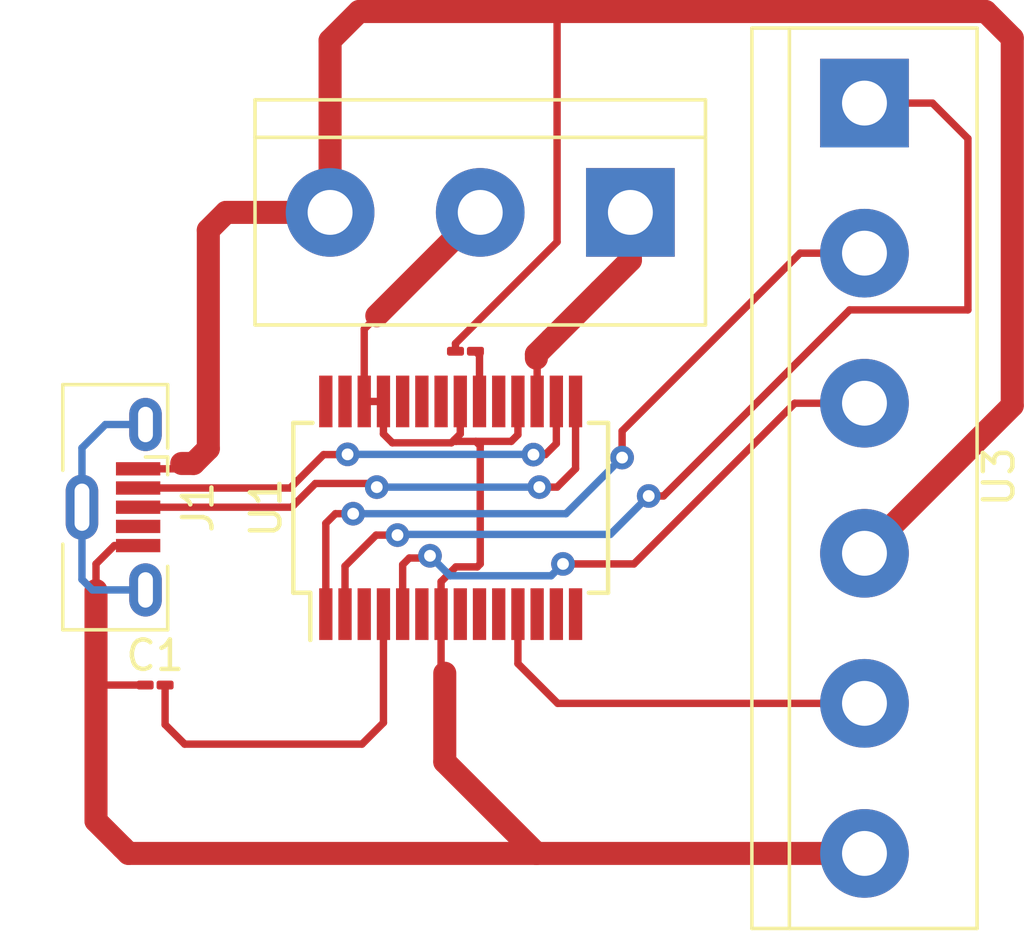
<source format=kicad_pcb>
(kicad_pcb (version 20211014) (generator pcbnew)
  (layers (0 "F.Cu" signal) (31 "B.Cu" signal) (34 "B.Paste" user) (35 "F.Paste" user) (36 "B.SilkS" user "B.Silkscreen") (37 "F.SilkS" user "F.Silkscreen") (38 "B.Mask" user) (39 "F.Mask" user) (44 "Edge.Cuts" user))
  (net 0 "")
  (net 1 "Earth")
  (net 2 "Net-(C1-Pad2)")
  (net 3 "+3V3")
  (net 4 "Net-(C2-Pad2)")
  (net 5 "Net-(J1-Pad2)")
  (net 6 "Net-(J1-Pad3)")
  (net 8 "unconnected-(J1-Pad6)")
  (net 9 "/RXD0")
  (net 10 "/DTR")
  (net 12 "/TXD0")
  (net 16 "/CTS")
  (net 25 "+5V")
  (footprint "Capacitor_SMD:C_01005_0402Metric_Pad0.57x0.30mm_HandSolder" (layer "F.Cu") (at 113.5 88.7)
    (fp_text reference "CV" hide)
    (fp_text value "100nF" hide)
    (pad "1" smd roundrect (at -0.3375 0) (size 0.575 0.3) (layers "F.Cu" "F.Mask") (net 25 "+5V"))
    (pad "2" smd roundrect (at 0.3375 0) (size 0.575 0.3) (layers "F.Cu" "F.Mask") (net 4 "Net-(C2-Pad2)"))
  )
  (footprint "Package_SO:SSOP-28_5.3x10.2mm_P0.65mm" (layer "F.Cu") (at 113 94 90)
    (fp_text reference "U1" (at 0 -6.25 90) (layer "F.SilkS"))
    (fp_text value "FT232RL")
    (fp_line (start -2.875 -4.75) (end -4.475 -4.75) (layer "F.SilkS") (width 0.15))
    (fp_line (start 2.875 -5.325) (end 2.875 -4.675) (layer "F.SilkS") (width 0.15))
    (fp_line (start -2.875 5.325) (end 2.875 5.325) (layer "F.SilkS") (width 0.15))
    (fp_line (start 2.875 5.325) (end 2.875 4.675) (layer "F.SilkS") (width 0.15))
    (fp_line (start -2.875 -5.325) (end 2.875 -5.325) (layer "F.SilkS") (width 0.15))
    (fp_line (start -2.875 5.325) (end -2.875 4.675) (layer "F.SilkS") (width 0.15))
    (fp_line (start -2.875 -5.325) (end -2.875 -4.75) (layer "F.SilkS") (width 0.15))
    (pad "1" smd rect (at -3.6 -4.225 90) (size 1.75 0.45) (layers "F.Cu" "F.Paste" "F.Mask") (net 9 "/RXD0"))
    (pad "2" smd rect (at -3.6 -3.575 90) (size 1.75 0.45) (layers "F.Cu" "F.Paste" "F.Mask") (net 10 "/DTR"))
    (pad "3" smd rect (at -3.6 -2.925 90) (size 1.75 0.45) (layers "F.Cu" "F.Paste" "F.Mask"))
    (pad "4" smd rect (at -3.6 -2.275 90) (size 1.75 0.45) (layers "F.Cu" "F.Paste" "F.Mask") (net 2 "Net-(C1-Pad2)"))
    (pad "5" smd rect (at -3.6 -1.625 90) (size 1.75 0.45) (layers "F.Cu" "F.Paste" "F.Mask") (net 12 "/TXD0"))
    (pad "6" smd rect (at -3.6 -0.975 90) (size 1.75 0.45) (layers "F.Cu" "F.Paste" "F.Mask"))
    (pad "7" smd rect (at -3.6 -0.325 90) (size 1.75 0.45) (layers "F.Cu" "F.Paste" "F.Mask") (net 1 "Earth"))
    (pad "8" smd rect (at -3.6 0.325 90) (size 1.75 0.45) (layers "F.Cu" "F.Paste" "F.Mask"))
    (pad "9" smd rect (at -3.6 0.975 90) (size 1.75 0.45) (layers "F.Cu" "F.Paste" "F.Mask"))
    (pad "10" smd rect (at -3.6 1.625 90) (size 1.75 0.45) (layers "F.Cu" "F.Paste" "F.Mask"))
    (pad "11" smd rect (at -3.6 2.275 90) (size 1.75 0.45) (layers "F.Cu" "F.Paste" "F.Mask") (net 16 "/CTS"))
    (pad "12" smd rect (at -3.6 2.925 90) (size 1.75 0.45) (layers "F.Cu" "F.Paste" "F.Mask"))
    (pad "13" smd rect (at -3.6 3.575 90) (size 1.75 0.45) (layers "F.Cu" "F.Paste" "F.Mask"))
    (pad "14" smd rect (at -3.6 4.225 90) (size 1.75 0.45) (layers "F.Cu" "F.Paste" "F.Mask"))
    (pad "15" smd rect (at 3.6 4.225 90) (size 1.75 0.45) (layers "F.Cu" "F.Paste" "F.Mask") (net 6 "Net-(J1-Pad3)"))
    (pad "16" smd rect (at 3.6 3.575 90) (size 1.75 0.45) (layers "F.Cu" "F.Paste" "F.Mask") (net 5 "Net-(J1-Pad2)"))
    (pad "17" smd rect (at 3.6 2.925 90) (size 1.75 0.45) (layers "F.Cu" "F.Paste" "F.Mask") (net 3 "+3V3"))
    (pad "18" smd rect (at 3.6 2.275 90) (size 1.75 0.45) (layers "F.Cu" "F.Paste" "F.Mask") (net 1 "Earth"))
    (pad "19" smd rect (at 3.6 1.625 90) (size 1.75 0.45) (layers "F.Cu" "F.Paste" "F.Mask"))
    (pad "20" smd rect (at 3.6 0.975 90) (size 1.75 0.45) (layers "F.Cu" "F.Paste" "F.Mask") (net 4 "Net-(C2-Pad2)"))
    (pad "21" smd rect (at 3.6 0.325 90) (size 1.75 0.45) (layers "F.Cu" "F.Paste" "F.Mask") (net 1 "Earth"))
    (pad "22" smd rect (at 3.6 -0.325 90) (size 1.75 0.45) (layers "F.Cu" "F.Paste" "F.Mask"))
    (pad "23" smd rect (at 3.6 -0.975 90) (size 1.75 0.45) (layers "F.Cu" "F.Paste" "F.Mask"))
    (pad "24" smd rect (at 3.6 -1.625 90) (size 1.75 0.45) (layers "F.Cu" "F.Paste" "F.Mask"))
    (pad "25" smd rect (at 3.6 -2.275 90) (size 1.75 0.45) (layers "F.Cu" "F.Paste" "F.Mask") (net 1 "Earth"))
    (pad "26" smd rect (at 3.6 -2.925 90) (size 1.75 0.45) (layers "F.Cu" "F.Paste" "F.Mask") (net 1 "Earth"))
    (pad "27" smd rect (at 3.6 -3.575 90) (size 1.75 0.45) (layers "F.Cu" "F.Paste" "F.Mask"))
    (pad "28" smd rect (at 3.6 -4.225 90) (size 1.75 0.45) (layers "F.Cu" "F.Paste" "F.Mask"))
  )
  (footprint "TerminalBlock:TerminalBlock_bornier-6_P5.08mm" (layer "F.Cu") (at 127 80.3 -90)
    (fp_text reference "U3" (at 12.65 -4.55 90) (layer "F.SilkS"))
    (fp_text value "6_jumper")
    (fp_line (start 27.94 3.81) (end 27.94 -3.81) (layer "F.SilkS") (width 0.12))
    (fp_line (start -2.54 2.54) (end 27.94 2.54) (layer "F.SilkS") (width 0.12))
    (fp_line (start -2.54 3.81) (end 27.94 3.81) (layer "F.SilkS") (width 0.12))
    (fp_line (start -2.54 -3.81) (end -2.54 3.81) (layer "F.SilkS") (width 0.12))
    (fp_line (start -2.54 -3.81) (end 27.94 -3.81) (layer "F.SilkS") (width 0.12))
    (pad "1" thru_hole rect (at 0 0 270) (size 3 3) (drill 1.52) (layers *.Cu *.Mask) (net 10 "/DTR"))
    (pad "2" thru_hole circle (at 5.08 0 270) (size 3 3) (drill 1.52) (layers *.Cu *.Mask) (net 9 "/RXD0"))
    (pad "3" thru_hole circle (at 10.16 0 270) (size 3 3) (drill 1.52) (layers *.Cu *.Mask) (net 12 "/TXD0"))
    (pad "4" thru_hole circle (at 15.24 0 270) (size 3 3) (drill 1.52) (layers *.Cu *.Mask) (net 25 "+5V"))
    (pad "5" thru_hole circle (at 20.32 0 270) (size 3 3) (drill 1.52) (layers *.Cu *.Mask) (net 16 "/CTS"))
    (pad "6" thru_hole circle (at 25.4 0 270) (size 3 3) (drill 1.52) (layers *.Cu *.Mask) (net 1 "Earth"))
  )
  (footprint "Capacitor_SMD:C_01005_0402Metric_Pad0.57x0.30mm_HandSolder" (layer "F.Cu") (at 103 100)
    (fp_text reference "C1" (at 0 -1) (layer "F.SilkS"))
    (fp_text value "1uF")
    (pad "1" smd roundrect (at -0.3375 0) (size 0.575 0.3) (layers "F.Cu" "F.Mask") (net 1 "Earth"))
    (pad "2" smd roundrect (at 0.3375 0) (size 0.575 0.3) (layers "F.Cu" "F.Mask") (net 2 "Net-(C1-Pad2)"))
  )
  (footprint "TerminalBlock:TerminalBlock_bornier-3_P5.08mm" (layer "F.Cu") (at 119.08 84 180)
    (fp_text reference "U2" hide)
    (fp_text value "3_jumper")
    (fp_line (start 12.7 3.81) (end 12.7 -3.81) (layer "F.SilkS") (width 0.12))
    (fp_line (start -2.54 3.81) (end -2.54 -3.81) (layer "F.SilkS") (width 0.12))
    (fp_line (start -2.54 -3.81) (end 12.7 -3.81) (layer "F.SilkS") (width 0.12))
    (fp_line (start -2.54 3.81) (end 12.7 3.81) (layer "F.SilkS") (width 0.12))
    (fp_line (start -2.54 2.54) (end 12.7 2.54) (layer "F.SilkS") (width 0.12))
    (pad "1" thru_hole rect (at 0 0 180) (size 3 3) (drill 1.52) (layers *.Cu *.Mask) (net 3 "+3V3"))
    (pad "2" thru_hole circle (at 5.08 0 180) (size 3 3) (drill 1.52) (layers *.Cu *.Mask) (net 1 "Earth"))
    (pad "3" thru_hole circle (at 10.16 0 180) (size 3 3) (drill 1.52) (layers *.Cu *.Mask) (net 25 "+5V"))
  )
  (footprint "Connector_USB:USB_Micro-B_Molex-105133-0001" (layer "F.Cu") (at 101.6 93.98 -90)
    (fp_text reference "J1" (at 0 -2.85 90) (layer "F.SilkS"))
    (fp_text value "USB_B_Micro")
    (fp_line (start -4.15 -1.825) (end -4.15 1.725) (layer "F.SilkS") (width 0.12))
    (fp_line (start -2 -1.825) (end -4.15 -1.825) (layer "F.SilkS") (width 0.12))
    (fp_line (start 2 -1.825) (end 4.15 -1.825) (layer "F.SilkS") (width 0.12))
    (fp_line (start 4.15 -1.825) (end 4.15 1.725) (layer "F.SilkS") (width 0.12))
    (fp_line (start 4.15 1.725) (end 1.25 1.725) (layer "F.SilkS") (width 0.12))
    (fp_line (start -1.7 -1.075) (end -1.7 -1.825) (layer "F.SilkS") (width 0.12))
    (fp_line (start -4.15 1.725) (end -1.25 1.725) (layer "F.SilkS") (width 0.12))
    (fp_line (start -1.7 -1.825) (end -1.1 -1.825) (layer "F.SilkS") (width 0.12))
    (pad "1" smd rect (at -1.3 -0.825 270) (size 0.45 1.5) (layers "F.Cu" "F.Paste" "F.Mask") (net 25 "+5V"))
    (pad "2" smd rect (at -0.65 -0.825 270) (size 0.45 1.5) (layers "F.Cu" "F.Paste" "F.Mask") (net 5 "Net-(J1-Pad2)"))
    (pad "3" smd rect (at 0 -0.825 270) (size 0.45 1.5) (layers "F.Cu" "F.Paste" "F.Mask") (net 6 "Net-(J1-Pad3)"))
    (pad "4" smd rect (at 0.65 -0.825 270) (size 0.45 1.5) (layers "F.Cu" "F.Paste" "F.Mask"))
    (pad "5" smd rect (at 1.3 -0.825 270) (size 0.45 1.5) (layers "F.Cu" "F.Paste" "F.Mask") (net 1 "Earth"))
    (pad "6" thru_hole oval (at -2.8 -1.075 270) (size 1.8 1.1) (drill oval 1.2 0.5) (layers *.Cu *.Mask) (net 8 "unconnected-(J1-Pad6)"))
    (pad "6" thru_hole oval (at 2.8 -1.075 270) (size 1.8 1.1) (drill oval 1.2 0.5) (layers *.Cu *.Mask) (net 8 "unconnected-(J1-Pad6)"))
    (pad "6" thru_hole oval (at 0 1.075 270) (size 2.2 1.1) (drill oval 1.6 0.5) (layers *.Cu *.Mask) (net 8 "unconnected-(J1-Pad6)"))
  )
  (segment (start 101 104.6) (end 101 100.2) (width 0.78) (layer "F.Cu") (net 1))
  (segment (start 110.725 91.499022) (end 110.725 90.4) (width 0.25) (layer "F.Cu") (net 1))
  (segment (start 113.024022 91.8) (end 111.025978 91.8) (width 0.25) (layer "F.Cu") (net 1))
  (segment (start 112.675 97.6) (end 112.675 99.475) (width 0.25) (layer "F.Cu") (net 1))
  (segment (start 113.325 90.4) (end 113.325 91.499022) (width 0.25) (layer "F.Cu") (net 1))
  (segment (start 112.8 102.6) (end 112.8 99.6) (width 0.78) (layer "F.Cu") (net 1))
  (segment (start 101 100.2) (end 101 96.8) (width 0.78) (layer "F.Cu") (net 1))
  (segment (start 102.6625 100) (end 101.2 100) (width 0.25) (layer "F.Cu") (net 1))
  (segment (start 113.174502 91.75048) (end 113.124022 91.7) (width 0.25) (layer "F.Cu") (net 1))
  (segment (start 101.2 100) (end 101 100.2) (width 0.25) (layer "F.Cu") (net 1))
  (segment (start 114 95.9) (end 114 91.9) (width 0.25) (layer "F.Cu") (net 1))
  (segment (start 115.04952 91.75048) (end 113.85048 91.75048) (width 0.25) (layer "F.Cu") (net 1))
  (segment (start 112.675 96.500978) (end 113.175978 96) (width 0.25) (layer "F.Cu") (net 1))
  (segment (start 110.075 87.95) (end 110.075 90.4) (width 0.25) (layer "F.Cu") (net 1))
  (segment (start 111.025978 91.8) (end 110.725 91.499022) (width 0.25) (layer "F.Cu") (net 1))
  (segment (start 115.9 105.7) (end 112.8 102.6) (width 0.78) (layer "F.Cu") (net 1))
  (segment (start 110.725 90.4) (end 110.075 90.4) (width 0.25) (layer "F.Cu") (net 1))
  (segment (start 113.9 96) (end 114 95.9) (width 0.25) (layer "F.Cu") (net 1))
  (segment (start 110.5 87.525) (end 110.075 87.95) (width 0.25) (layer "F.Cu") (net 1))
  (segment (start 127 105.7) (end 115.9 105.7) (width 0.78) (layer "F.Cu") (net 1))
  (segment (start 101.62 95.28) (end 101 95.9) (width 0.25) (layer "F.Cu") (net 1))
  (segment (start 113.175978 96) (end 113.9 96) (width 0.25) (layer "F.Cu") (net 1))
  (segment (start 101.9 105.5) (end 101 104.6) (width 0.78) (layer "F.Cu") (net 1))
  (segment (start 112.675 97.6) (end 112.675 96.500978) (width 0.25) (layer "F.Cu") (net 1))
  (segment (start 113.325 91.499022) (end 113.124022 91.7) (width 0.25) (layer "F.Cu") (net 1))
  (segment (start 115.9 105.7) (end 102.1 105.7) (width 0.78) (layer "F.Cu") (net 1))
  (segment (start 102.425 95.28) (end 101.62 95.28) (width 0.25) (layer "F.Cu") (net 1))
  (segment (start 113.85048 91.75048) (end 113.174502 91.75048) (width 0.25) (layer "F.Cu") (net 1))
  (segment (start 114 91.9) (end 113.85048 91.75048) (width 0.25) (layer "F.Cu") (net 1))
  (segment (start 112.675 99.475) (end 112.8 99.6) (width 0.25) (layer "F.Cu") (net 1))
  (segment (start 102.1 105.7) (end 101.9 105.5) (width 0.78) (layer "F.Cu") (net 1))
  (segment (start 115.275 91.525) (end 115.04952 91.75048) (width 0.25) (layer "F.Cu") (net 1))
  (segment (start 110.5 87.5) (end 114 84) (width 0.78) (layer "F.Cu") (net 1))
  (segment (start 115.275 90.4) (end 115.275 91.525) (width 0.25) (layer "F.Cu") (net 1))
  (segment (start 113.124022 91.7) (end 113.024022 91.8) (width 0.25) (layer "F.Cu") (net 1))
  (segment (start 101 95.9) (end 101 96.8) (width 0.25) (layer "F.Cu") (net 1))
  (segment (start 103.3375 100) (end 103.3375 101.3375) (width 0.25) (layer "F.Cu") (net 2))
  (segment (start 103.3375 101.3375) (end 104 102) (width 0.25) (layer "F.Cu") (net 2))
  (segment (start 110.725 101.275) (end 110.725 97.6) (width 0.25) (layer "F.Cu") (net 2))
  (segment (start 104 102) (end 110 102) (width 0.25) (layer "F.Cu") (net 2))
  (segment (start 110 102) (end 110.725 101.275) (width 0.25) (layer "F.Cu") (net 2))
  (segment (start 119.08 84) (end 119.08 85.62) (width 0.78) (layer "F.Cu") (net 3))
  (segment (start 115.925 90.4) (end 115.925 88.960489) (width 0.25) (layer "F.Cu") (net 3))
  (segment (start 115.925 88.960489) (end 115.9 88.935489) (width 0.25) (layer "F.Cu") (net 3))
  (segment (start 116.4 88.3) (end 115.9 88.8) (width 0.78) (layer "F.Cu") (net 3))
  (segment (start 119.08 85.62) (end 118.05 86.65) (width 0.78) (layer "F.Cu") (net 3))
  (segment (start 118.05 86.65) (end 116.4 88.3) (width 0.78) (layer "F.Cu") (net 3))
  (segment (start 115.9 88.8) (end 115.9 88.935489) (width 0.78) (layer "F.Cu") (net 3))
  (segment (start 113.8375 88.7) (end 113.975 88.8375) (width 0.25) (layer "F.Cu") (net 4))
  (segment (start 113.975 88.8375) (end 113.975 90.4) (width 0.25) (layer "F.Cu") (net 4))
  (segment (start 107.57 93.33) (end 102.425 93.33) (width 0.25) (layer "F.Cu") (net 5))
  (segment (start 116.2 92.2) (end 116.575 91.825) (width 0.25) (layer "F.Cu") (net 5))
  (segment (start 109.511257 92.190793) (end 109.50205 92.2) (width 0.25) (layer "F.Cu") (net 5))
  (segment (start 109.50205 92.2) (end 108.7 92.2) (width 0.25) (layer "F.Cu") (net 5))
  (segment (start 116.575 91.825) (end 116.575 90.4) (width 0.25) (layer "F.Cu") (net 5))
  (segment (start 108.7 92.2) (end 107.57 93.33) (width 0.25) (layer "F.Cu") (net 5))
  (segment (start 116.2 92.2) (end 115.8 92.2) (width 0.25) (layer "F.Cu") (net 5))
  (via (at 109.511257 92.190793) (size 0.8) (drill 0.4) (layers "F.Cu" "B.Cu") (net 5))
  (via (at 115.8 92.2) (size 0.8) (drill 0.4) (layers "F.Cu" "B.Cu") (net 5))
  (segment (start 115.8 92.2) (end 115.790793 92.190793) (width 0.25) (layer "B.Cu") (net 5))
  (segment (start 115.790793 92.190793) (end 109.511257 92.190793) (width 0.25) (layer "B.Cu") (net 5))
  (segment (start 117.225 92.675) (end 116.6 93.3) (width 0.25) (layer "F.Cu") (net 6))
  (segment (start 117.225 90.4) (end 117.225 92.675) (width 0.25) (layer "F.Cu") (net 6))
  (segment (start 110.5 93.3) (end 110.37548 93.17548) (width 0.25) (layer "F.Cu") (net 6))
  (segment (start 102.425 93.98) (end 107.62 93.98) (width 0.25) (layer "F.Cu") (net 6))
  (segment (start 110.37548 93.17548) (end 108.42452 93.17548) (width 0.25) (layer "F.Cu") (net 6))
  (segment (start 116.6 93.3) (end 116 93.3) (width 0.25) (layer "F.Cu") (net 6))
  (segment (start 108.42452 93.17548) (end 107.62 93.98) (width 0.25) (layer "F.Cu") (net 6))
  (via (at 116 93.3) (size 0.8) (drill 0.4) (layers "F.Cu" "B.Cu") (net 6))
  (via (at 110.5 93.3) (size 0.8) (drill 0.4) (layers "F.Cu" "B.Cu") (net 6))
  (segment (start 116 93.3) (end 110.5 93.3) (width 0.25) (layer "B.Cu") (net 6))
  (segment (start 100.525 96.425) (end 100.525 93.98) (width 0.25) (layer "B.Cu") (net 8))
  (segment (start 100.88 96.78) (end 100.525 96.425) (width 0.25) (layer "B.Cu") (net 8))
  (segment (start 100.525 91.975) (end 101.32 91.18) (width 0.25) (layer "B.Cu") (net 8))
  (segment (start 101.32 91.18) (end 102.675 91.18) (width 0.25) (layer "B.Cu") (net 8))
  (segment (start 100.525 93.98) (end 100.525 91.975) (width 0.25) (layer "B.Cu") (net 8))
  (segment (start 102.675 96.78) (end 100.88 96.78) (width 0.25) (layer "B.Cu") (net 8))
  (segment (start 108.775 94.525) (end 108.775 97.6) (width 0.25) (layer "F.Cu") (net 9))
  (segment (start 127 85.38) (end 124.82 85.38) (width 0.25) (layer "F.Cu") (net 9))
  (segment (start 109.1 94.2) (end 108.775 94.525) (width 0.25) (layer "F.Cu") (net 9))
  (segment (start 118.8 91.4) (end 118.8 92.3) (width 0.25) (layer "F.Cu") (net 9))
  (segment (start 124.82 85.38) (end 118.8 91.4) (width 0.25) (layer "F.Cu") (net 9))
  (segment (start 109.7 94.2) (end 109.1 94.2) (width 0.25) (layer "F.Cu") (net 9))
  (via (at 118.8 92.3) (size 0.8) (drill 0.4) (layers "F.Cu" "B.Cu") (net 9))
  (via (at 109.7 94.2) (size 0.8) (drill 0.4) (layers "F.Cu" "B.Cu") (net 9))
  (segment (start 116.9 94.2) (end 109.7 94.2) (width 0.25) (layer "B.Cu") (net 9))
  (segment (start 118.8 92.3) (end 116.9 94.2) (width 0.25) (layer "B.Cu") (net 9))
  (segment (start 111.2 94.9245) (end 110.4755 94.9245) (width 0.25) (layer "F.Cu") (net 10))
  (segment (start 129.3 80.3) (end 130.5 81.5) (width 0.25) (layer "F.Cu") (net 10))
  (segment (start 126.5 87.3) (end 130.5 87.3) (width 0.25) (layer "F.Cu") (net 10))
  (segment (start 120.2 93.6) (end 126.5 87.3) (width 0.25) (layer "F.Cu") (net 10))
  (segment (start 109.425 95.975) (end 109.425 97.6) (width 0.25) (layer "F.Cu") (net 10))
  (segment (start 127 80.3) (end 129.3 80.3) (width 0.25) (layer "F.Cu") (net 10))
  (segment (start 130.5 81.5) (end 130.5 87.3) (width 0.25) (layer "F.Cu") (net 10))
  (segment (start 110.4755 94.9245) (end 109.425 95.975) (width 0.25) (layer "F.Cu") (net 10))
  (segment (start 120.2 93.6) (end 119.7 93.6) (width 0.25) (layer "F.Cu") (net 10))
  (via (at 119.7 93.6) (size 0.8) (drill 0.4) (layers "F.Cu" "B.Cu") (net 10))
  (via (at 111.2 94.9245) (size 0.8) (drill 0.4) (layers "F.Cu" "B.Cu") (net 10))
  (segment (start 119.7 93.6) (end 118.4 94.9) (width 0.25) (layer "B.Cu") (net 10))
  (segment (start 111.2 94.9) (end 111.2 94.9245) (width 0.25) (layer "B.Cu") (net 10))
  (segment (start 118.4 94.9) (end 111.2 94.9) (width 0.25) (layer "B.Cu") (net 10))
  (segment (start 119.2 95.9) (end 116.8 95.9) (width 0.25) (layer "F.Cu") (net 12))
  (segment (start 127 90.46) (end 124.64 90.46) (width 0.25) (layer "F.Cu") (net 12))
  (segment (start 112.2245 95.7) (end 111.6 95.7) (width 0.25) (layer "F.Cu") (net 12))
  (segment (start 124.64 90.46) (end 119.2 95.9) (width 0.25) (layer "F.Cu") (net 12))
  (segment (start 112.3 95.6245) (end 112.2245 95.7) (width 0.25) (layer "F.Cu") (net 12))
  (segment (start 111.375 95.925) (end 111.375 97.6) (width 0.25) (layer "F.Cu") (net 12))
  (segment (start 111.6 95.7) (end 111.375 95.925) (width 0.25) (layer "F.Cu") (net 12))
  (via (at 112.3 95.6245) (size 0.8) (drill 0.4) (layers "F.Cu" "B.Cu") (net 12))
  (via (at 116.8 95.9) (size 0.8) (drill 0.4) (layers "F.Cu" "B.Cu") (net 12))
  (segment (start 116.4 96.3) (end 112.9755 96.3) (width 0.25) (layer "B.Cu") (net 12))
  (segment (start 116.8 95.9) (end 116.4 96.3) (width 0.25) (layer "B.Cu") (net 12))
  (segment (start 112.9755 96.3) (end 112.3 95.6245) (width 0.25) (layer "B.Cu") (net 12))
  (segment (start 127 100.62) (end 116.62 100.62) (width 0.25) (layer "F.Cu") (net 16))
  (segment (start 115.275 99.275) (end 115.275 97.6) (width 0.25) (layer "F.Cu") (net 16))
  (segment (start 116.62 100.62) (end 115.275 99.275) (width 0.25) (layer "F.Cu") (net 16))
  (segment (start 113.1625 88.7) (end 113.1625 88.4375) (width 0.25) (layer "F.Cu") (net 25))
  (segment (start 116.6 77.2) (end 131.1 77.2) (width 0.78) (layer "F.Cu") (net 25))
  (segment (start 132 90.54) (end 127 95.54) (width 0.78) (layer "F.Cu") (net 25))
  (segment (start 108.92 84) (end 105.4 84) (width 0.78) (layer "F.Cu") (net 25))
  (segment (start 116.6 85) (end 116.6 77.2) (width 0.25) (layer "F.Cu") (net 25))
  (segment (start 104.3 92.5) (end 103.9 92.5) (width 0.78) (layer "F.Cu") (net 25))
  (segment (start 132 78.1) (end 132 90.54) (width 0.78) (layer "F.Cu") (net 25))
  (segment (start 108.92 78.18) (end 109.9 77.2) (width 0.78) (layer "F.Cu") (net 25))
  (segment (start 113.1625 88.4375) (end 116.6 85) (width 0.25) (layer "F.Cu") (net 25))
  (segment (start 104.8 92) (end 104.3 92.5) (width 0.78) (layer "F.Cu") (net 25))
  (segment (start 109.9 77.2) (end 116.6 77.2) (width 0.78) (layer "F.Cu") (net 25))
  (segment (start 105.4 84) (end 104.8 84.6) (width 0.78) (layer "F.Cu") (net 25))
  (segment (start 104.8 84.6) (end 104.8 92) (width 0.78) (layer "F.Cu") (net 25))
  (segment (start 108.92 84) (end 108.92 78.18) (width 0.78) (layer "F.Cu") (net 25))
  (segment (start 131.1 77.2) (end 132 78.1) (width 0.78) (layer "F.Cu") (net 25))
  (segment (start 103.72 92.68) (end 103.9 92.5) (width 0.25) (layer "F.Cu") (net 25))
  (segment (start 102.425 92.68) (end 103.72 92.68) (width 0.25) (layer "F.Cu") (net 25))
)
</source>
